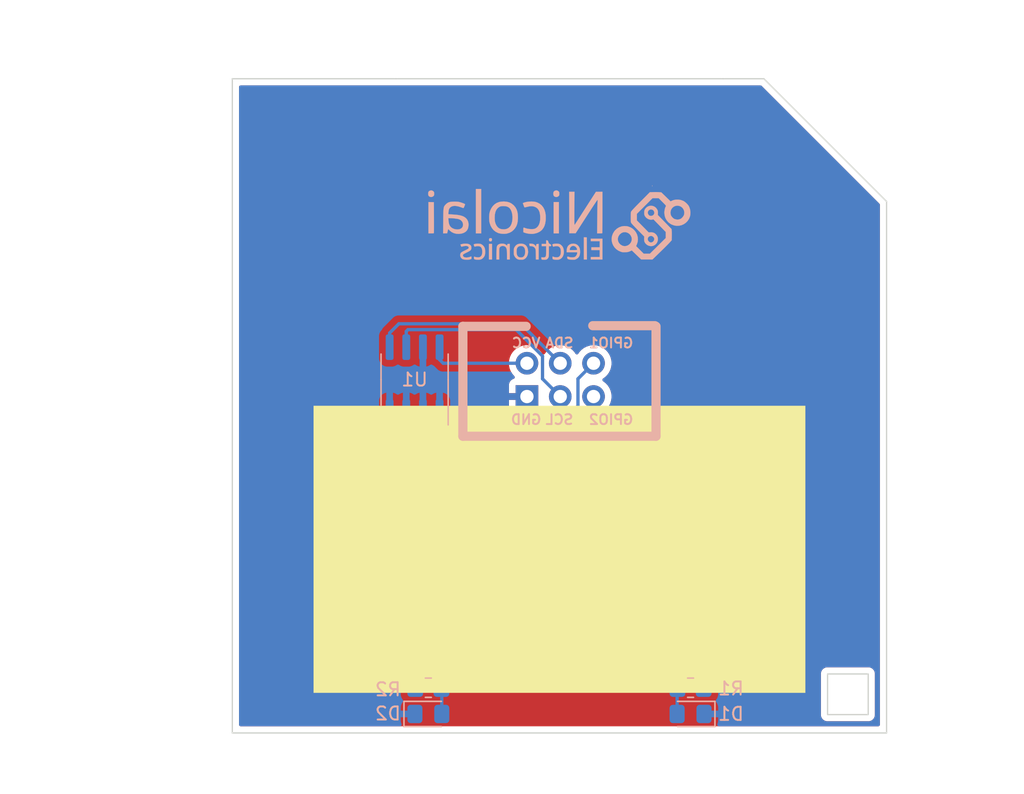
<source format=kicad_pcb>
(kicad_pcb (version 20211014) (generator pcbnew)
  (layers (0 "F.Cu" signal) (31 "B.Cu" signal) (34 "B.Paste" user) (35 "F.Paste" user) (36 "B.SilkS" user "B.Silkscreen") (37 "F.SilkS" user "F.Silkscreen") (38 "B.Mask" user) (39 "F.Mask" user) (44 "Edge.Cuts" user))
  (net 0 "")
  (net 1 "GND")
  (net 2 "Net-(U1-Pad5)")
  (net 3 "Net-(U1-Pad6)")
  (net 4 "+3V3")
  (net 5 "Net-(D1-Pad2)")
  (net 6 "Net-(D2-Pad2)")
  (net 7 "Net-(R1-Pad1)")
  (net 8 "Net-(R2-Pad1)")
  (footprint "badgelife_sao_v169bis:Badgelife-SAOv169-SAO-2x3" (layer "F.Cu") (at 0 0)
    (fp_text reference "X1" hide)
    (fp_text value "SAO")
    (fp_text user "VCC" (at -2.54 -2.794 unlocked) (layer "B.SilkS") (effects (font (size 0.75 0.75)) (justify mirror)))
    (fp_text user "GPIO2" (at 3.937 3.048) (layer "B.SilkS") (effects (font (size 0.75 0.75)) (justify mirror)))
    (fp_text user "GND" (at -2.54 3.048 unlocked) (layer "B.SilkS") (effects (font (size 0.75 0.75)) (justify mirror)))
    (fp_text user "GPIO1" (at 3.937 -2.794 unlocked) (layer "B.SilkS") (effects (font (size 0.75 0.75)) (justify mirror)))
    (fp_text user "SCL" (at 0 3.048) (layer "B.SilkS") (effects (font (size 0.75 0.75)) (justify mirror)))
    (fp_text user "SDA" (at 0 -2.794 unlocked) (layer "B.SilkS") (effects (font (size 0.75 0.75)) (justify mirror)))
    (fp_line (start -7.366 4.318) (end 7.366 4.318) (layer "B.SilkS") (width 0.7))
    (fp_line (start -2.54 -4.064) (end -7.366 -4.064) (layer "B.SilkS") (width 0.7))
    (fp_line (start 7.366 4.318) (end 7.366 -4.064) (layer "B.SilkS") (width 0.7))
    (fp_line (start 7.27964 -4.1148) (end 2.54 -4.1148) (layer "B.SilkS") (width 0.7))
    (fp_line (start -7.366 -4.064) (end -7.366 4.318) (layer "B.SilkS") (width 0.7))
    (pad "1" thru_hole oval (at -2.48 -1.25 270) (size 1.7272 1.7272) (drill 1.016) (layers *.Cu *.Mask) (net 4 "+3V3"))
    (pad "2" thru_hole rect (at -2.48 1.29 270) (size 1.7272 1.7272) (drill 1.016) (layers *.Cu *.Mask) (net 1 "GND"))
    (pad "3" thru_hole oval (at 0.06 -1.25 270) (size 1.7272 1.7272) (drill 1.016) (layers *.Cu *.Mask) (net 2 "Net-(U1-Pad5)"))
    (pad "4" thru_hole oval (at 0.06 1.29 270) (size 1.7272 1.7272) (drill 1.016) (layers *.Cu *.Mask) (net 3 "Net-(U1-Pad6)"))
    (pad "5" thru_hole circle (at 2.6 -1.25 270) (size 1.7272 1.7272) (drill 1.016) (layers *.Cu *.Mask) (net 8 "Net-(R2-Pad1)"))
    (pad "6" thru_hole circle (at 2.6 1.29 270) (size 1.7272 1.7272) (drill 1.016) (layers *.Cu *.Mask) (net 7 "Net-(R1-Pad1)"))
  )
  (footprint "diskette:diskette" (layer "F.Cu") (at 0 2)
    (fp_text reference "N1" hide)
    (fp_text value "Housing" hide)
    (fp_poly (pts (xy 18.753667 21.886333) (xy -18.753667 21.886333) (xy -18.753667 0) (xy 18.753667 0) (xy 18.753667 21.886333)) (layer "F.SilkS") (width 0.01) (fill solid))
    (fp_line (start -24.9501 24.9501) (end 24.9501 24.9501) (layer "Edge.Cuts") (width 0.1))
    (fp_line (start 15.593812 -24.9501) (end 12.47505 -24.9501) (layer "Edge.Cuts") (width 0.1))
    (fp_line (start 12.47505 -24.9501) (end -12.47505 -24.9501) (layer "Edge.Cuts") (width 0.1))
    (fp_line (start 24.9501 24.9501) (end 24.9501 -15.593812) (layer "Edge.Cuts") (width 0.1))
    (fp_line (start -12.47505 -24.9501) (end -24.9501 -24.9501) (layer "Edge.Cuts") (width 0.1))
    (fp_line (start -24.9501 -24.9501) (end -24.9501 24.9501) (layer "Edge.Cuts") (width 0.1))
    (fp_line (start 24.9501 -15.593812) (end 15.593812 -24.9501) (layer "Edge.Cuts") (width 0.1))
  )
  (footprint "Resistor_SMD:R_0805_2012Metric_Pad1.20x1.40mm_HandSolder" (layer "B.Cu") (at -10 23.5)
    (fp_text reference "R2" (at -3.081 0.127) (layer "B.SilkS") (effects (justify mirror)))
    (fp_text value "200")
    (fp_line (start -0.227064 -0.735) (end 0.227064 -0.735) (layer "B.SilkS") (width 0.12))
    (fp_line (start -0.227064 0.735) (end 0.227064 0.735) (layer "B.SilkS") (width 0.12))
    (pad "1" smd roundrect (at -1 0) (size 1.2 1.4) (layers "B.Cu" "B.Paste" "B.Mask") (roundrect_rratio 0.2083333333) (net 8 "Net-(R2-Pad1)"))
    (pad "2" smd roundrect (at 1 0) (size 1.2 1.4) (layers "B.Cu" "B.Paste" "B.Mask") (roundrect_rratio 0.2083333333) (net 6 "Net-(D2-Pad2)"))
  )
  (footprint "electronics3:F.SilkS_g988" (layer "B.Cu") (at 0 -12 180)
    (fp_text reference "N2" hide)
    (fp_text value "Logo" hide)
    (fp_poly (pts (xy 6.288905 -1.630224) (xy 6.381407 -1.638521) (xy 6.460225 -1.65256) (xy 6.516207 -1.671477) (xy 6.540204 -1.694411) (xy 6.5405 -1.697363) (xy 6.53294 -1.727474) (xy 6.514253 -1.778433) (xy 6.509178 -1.790825) (xy 6.484826 -1.839123) (xy 6.460263 -1.855232) (xy 6.429803 -1.849778) (xy 6.314882 -1.823598) (xy 6.20009 -1.818545) (xy 6.097137 -1.833793) (xy 6.017736 -1.868519) (xy 6.003365 -1.879767) (xy 5.942947 -1.959583) (xy 5.902737 -2.070251) (xy 5.885316 -2.204134) (xy 5.884798 -2.230627) (xy 5.895843 -2.385475) (xy 5.930577 -2.506082) (xy 5.98975 -2.593788) (xy 6.074109 -2.64993) (xy 6.129068 -2.667297) (xy 6.202313 -2.673368) (xy 6.295435 -2.667474) (xy 6.389594 -2.652036) (xy 6.465953 -2.629477) (xy 6.482188 -2.62189) (xy 6.504351 -2.614654) (xy 6.515416 -2.62949) (xy 6.519097 -2.674729) (xy 6.519334 -2.705238) (xy 6.517571 -2.767507) (xy 6.506401 -2.801219) (xy 6.477001 -2.820149) (xy 6.437503 -2.832983) (xy 6.353407 -2.848966) (xy 6.249282 -2.855789) (xy 6.140455 -2.853749) (xy 6.042258 -2.843146) (xy 5.970019 -2.824278) (xy 5.969 -2.823843) (xy 5.865815 -2.759403) (xy 5.775527 -2.66629) (xy 5.710673 -2.558163) (xy 5.700049 -2.530809) (xy 5.672869 -2.412939) (xy 5.662151 -2.276101) (xy 5.667527 -2.135939) (xy 5.688628 -2.008097) (xy 5.714187 -1.930537) (xy 5.780233 -1.820951) (xy 5.870077 -1.72928) (xy 5.972934 -1.665449) (xy 6.020793 -1.648398) (xy 6.099448 -1.6343) (xy 6.191869 -1.628529) (xy 6.288905 -1.630224)) (layer "B.SilkS") (width 0.01) (fill solid))
    (fp_poly (pts (xy 8.188274 1.570986) (xy 8.321011 1.556725) (xy 8.428769 1.530123) (xy 8.519938 1.48848) (xy 8.602909 1.4291) (xy 8.668203 1.367846) (xy 8.709882 1.32474) (xy 8.744892 1.285012) (xy 8.773847 1.244652) (xy 8.79736 1.199652) (xy 8.816046 1.146004) (xy 8.830518 1.0797) (xy 8.841391 0.996731) (xy 8.849279 0.893089) (xy 8.854795 0.764764) (xy 8.858554 0.60775) (xy 8.861169 0.418037) (xy 8.863255 0.191617) (xy 8.864085 0.089003) (xy 8.87161 -0.848577) (xy 8.71749 -0.84233) (xy 8.563371 -0.836083) (xy 8.544777 -0.751417) (xy 8.526861 -0.672871) (xy 8.508178 -0.595179) (xy 8.506658 -0.589105) (xy 8.487134 -0.511461) (xy 8.376359 -0.622091) (xy 8.227291 -0.741922) (xy 8.057357 -0.826217) (xy 7.870004 -0.874094) (xy 7.668679 -0.884673) (xy 7.457103 -0.85713) (xy 7.296578 -0.804924) (xy 7.162039 -0.725304) (xy 7.057446 -0.621488) (xy 6.986761 -0.496692) (xy 6.976025 -0.466337) (xy 6.935933 -0.284146) (xy 6.932782 -0.127112) (xy 7.355711 -0.127112) (xy 7.357221 -0.248071) (xy 7.392746 -0.356156) (xy 7.460662 -0.441864) (xy 7.556376 -0.503413) (xy 7.675294 -0.53902) (xy 7.812819 -0.546903) (xy 7.964358 -0.525279) (xy 8.027418 -0.508108) (xy 8.171968 -0.447013) (xy 8.285523 -0.361315) (xy 8.36977 -0.248576) (xy 8.426394 -0.106355) (xy 8.457081 0.067789) (xy 8.461068 0.119407) (xy 8.472887 0.3175) (xy 8.358652 0.316787) (xy 8.238096 0.31284) (xy 8.103456 0.303264) (xy 7.966862 0.289407) (xy 7.840444 0.272616) (xy 7.736332 0.25424) (xy 7.686323 0.242071) (xy 7.559998 0.185891) (xy 7.460129 0.101675) (xy 7.390705 -0.004639) (xy 7.355711 -0.127112) (xy 6.932782 -0.127112) (xy 6.932439 -0.110072) (xy 6.964692 0.05121) (xy 7.031839 0.195026) (xy 7.115867 0.3002) (xy 7.214603 0.382552) (xy 7.332958 0.449722) (xy 7.475273 0.503008) (xy 7.645888 0.543704) (xy 7.849144 0.573108) (xy 8.089381 0.592514) (xy 8.09625 0.592902) (xy 8.214726 0.599534) (xy 8.31741 0.605293) (xy 8.39731 0.609786) (xy 8.447434 0.612621) (xy 8.461375 0.613429) (xy 8.467807 0.633178) (xy 8.468922 0.683361) (xy 8.465563 0.752529) (xy 8.458575 0.829233) (xy 8.448803 0.902026) (xy 8.437092 0.959458) (xy 8.435414 0.965388) (xy 8.381821 1.079336) (xy 8.298585 1.165005) (xy 8.188081 1.221812) (xy 8.052685 1.249172) (xy 7.894771 1.246501) (xy 7.716715 1.213215) (xy 7.58825 1.173816) (xy 7.497163 1.141885) (xy 7.418679 1.11441) (xy 7.362872 1.094916) (xy 7.342474 1.087831) (xy 7.319827 1.091122) (xy 7.295646 1.121005) (xy 7.26572 1.183461) (xy 7.252516 1.215604) (xy 7.224846 1.287146) (xy 7.20487 1.343422) (xy 7.196693 1.372826) (xy 7.196667 1.37345) (xy 7.215969 1.393609) (xy 7.269321 1.42191) (xy 7.349888 1.455512) (xy 7.450835 1.491571) (xy 7.565328 1.527245) (xy 7.569015 1.528313) (xy 7.650484 1.549571) (xy 7.728019 1.563624) (xy 7.813924 1.571757) (xy 7.920501 1.575254) (xy 8.022167 1.575603) (xy 8.188274 1.570986)) (layer "B.SilkS") (width 0.01) (fill solid))
    (fp_poly (pts (xy -6.891475 1.256062) (xy -6.765394 1.217522) (xy -6.650624 1.146838) (xy -6.553861 1.043812) (xy -6.52604 1.001018) (xy -6.494995 0.942629) (xy -6.476954 0.88878) (xy -6.468551 0.82409) (xy -6.466419 0.733179) (xy -6.466416 0.72859) (xy -6.468123 0.637989) (xy -6.475616 0.574409) (xy -6.492458 0.522597) (xy -6.522212 0.4673) (xy -6.530677 0.453424) (xy -6.61452 0.35194) (xy -6.722636 0.272083) (xy -6.844952 0.218341) (xy -6.971393 0.195202) (xy -7.086569 0.205759) (xy -7.166123 0.225952) (xy -7.636478 -0.25532) (xy -8.106833 -0.736593) (xy -8.106833 -1.199871) (xy -6.902551 -2.391833) (xy -6.424631 -2.391833) (xy -5.846689 -1.814997) (xy -5.89754 -1.700014) (xy -5.960866 -1.508335) (xy -5.983825 -1.322777) (xy -5.515813 -1.322777) (xy -5.488779 -1.451925) (xy -5.430906 -1.568362) (xy -5.34759 -1.667677) (xy -5.244229 -1.745458) (xy -5.126221 -1.797292) (xy -4.998963 -1.818767) (xy -4.867852 -1.80547) (xy -4.783666 -1.776337) (xy -4.652779 -1.696911) (xy -4.553384 -1.594905) (xy -4.486655 -1.476369) (xy -4.453763 -1.347349) (xy -4.455883 -1.213893) (xy -4.494188 -1.082049) (xy -4.569849 -0.957864) (xy -4.615127 -0.907357) (xy -4.734722 -0.813643) (xy -4.864813 -0.760516) (xy -5.003896 -0.748456) (xy -5.08 -0.758724) (xy -5.221862 -0.808704) (xy -5.3418 -0.892414) (xy -5.434683 -1.004726) (xy -5.495384 -1.140512) (xy -5.506609 -1.185333) (xy -5.515813 -1.322777) (xy -5.983825 -1.322777) (xy -5.984694 -1.315758) (xy -5.97151 -1.126814) (xy -5.9238 -0.946035) (xy -5.84405 -0.777949) (xy -5.734747 -0.627088) (xy -5.598375 -0.497983) (xy -5.437422 -0.395163) (xy -5.254373 -0.323159) (xy -5.126753 -0.295338) (xy -4.927933 -0.28552) (xy -4.73346 -0.315579) (xy -4.549257 -0.383089) (xy -4.381244 -0.485625) (xy -4.235343 -0.620758) (xy -4.186629 -0.680553) (xy -4.080173 -0.854524) (xy -4.012421 -1.037135) (xy -3.981892 -1.2237) (xy -3.987109 -1.409533) (xy -4.026594 -1.58995) (xy -4.098866 -1.760264) (xy -4.202449 -1.915789) (xy -4.335863 -2.051842) (xy -4.49763 -2.163734) (xy -4.680234 -2.244755) (xy -4.753952 -2.266957) (xy -4.822661 -2.279595) (xy -4.901067 -2.284214) (xy -5.003879 -2.282355) (xy -5.028884 -2.281333) (xy -5.137306 -2.274825) (xy -5.218186 -2.264246) (xy -5.286303 -2.246503) (xy -5.356438 -2.218501) (xy -5.379359 -2.207977) (xy -5.516367 -2.143863) (xy -6.233583 -2.834435) (xy -6.663955 -2.835384) (xy -7.094326 -2.836333) (xy -7.673087 -2.274677) (xy -7.81066 -2.14059) (xy -7.945105 -2.008469) (xy -8.07181 -1.882924) (xy -8.186166 -1.768564) (xy -8.283563 -1.669998) (xy -8.35939 -1.591834) (xy -8.406882 -1.54108) (xy -8.561916 -1.369138) (xy -8.569314 -1.072791) (xy -8.571049 -0.951155) (xy -8.570475 -0.831744) (xy -8.567795 -0.727371) (xy -8.563212 -0.650854) (xy -8.562503 -0.643769) (xy -8.548295 -0.511095) (xy -8.026587 0.022332) (xy -7.504878 0.555758) (xy -7.510764 0.706504) (xy -7.511289 0.767664) (xy -7.23363 0.767664) (xy -7.232025 0.676448) (xy -7.197371 0.59529) (xy -7.134135 0.531939) (xy -7.046783 0.494142) (xy -6.981947 0.486939) (xy -6.908167 0.493474) (xy -6.853217 0.518713) (xy -6.819544 0.546712) (xy -6.760853 0.625694) (xy -6.737059 0.712805) (xy -6.745005 0.799617) (xy -6.781531 0.877699) (xy -6.84348 0.938624) (xy -6.927693 0.973963) (xy -6.981688 0.97944) (xy -7.079308 0.965067) (xy -7.15321 0.918751) (xy -7.19772 0.861191) (xy -7.23363 0.767664) (xy -7.511289 0.767664) (xy -7.511527 0.795318) (xy -7.502914 0.861425) (xy -7.481062 0.924088) (xy -7.4572 0.973521) (xy -7.374998 1.092736) (xy -7.270629 1.180795) (xy -7.150788 1.237501) (xy -7.022172 1.262656) (xy -6.891475 1.256062)) (layer "B.SilkS") (width 0.01) (fill solid))
    (fp_poly (pts (xy 6.371167 -0.846667) (xy 5.969 -0.846667) (xy 5.969 2.54) (xy 6.371167 2.54) (xy 6.371167 -0.846667)) (layer "B.SilkS") (width 0.01) (fill solid))
    (fp_poly (pts (xy -2.391833 -1.439333) (xy -3.069166 -1.439333) (xy -3.069166 -1.905) (xy -2.434166 -1.905) (xy -2.434166 -2.116667) (xy -3.069166 -2.116667) (xy -3.069166 -2.645833) (xy -2.391833 -2.645833) (xy -2.391833 -2.836333) (xy -3.280833 -2.836333) (xy -3.280833 -1.248833) (xy -2.391833 -1.248833) (xy -2.391833 -1.439333)) (layer "B.SilkS") (width 0.01) (fill solid))
    (fp_poly (pts (xy -7.172755 2.303514) (xy -6.8951 2.294863) (xy -6.181692 1.575743) (xy -6.0105 1.402764) (xy -5.867235 1.256982) (xy -5.749624 1.135927) (xy -5.655392 1.037131) (xy -5.582266 0.958124) (xy -5.527973 0.896438) (xy -5.490239 0.849604) (xy -5.466791 0.815151) (xy -5.455355 0.790612) (xy -5.454058 0.7855) (xy -5.448321 0.733508) (xy -5.444108 0.649152) (xy -5.441421 0.54237) (xy -5.44026 0.4231) (xy -5.440625 0.301281) (xy -5.442517 0.186849) (xy -5.445936 0.089744) (xy -5.450884 0.019902) (xy -5.454018 -0.002133) (xy -5.464112 -0.028494) (xy -5.48723 -0.064854) (xy -5.526038 -0.114207) (xy -5.583205 -0.17955) (xy -5.661398 -0.263875) (xy -5.763285 -0.370179) (xy -5.891535 -0.501455) (xy -5.96731 -0.578336) (xy -6.466416 -1.083615) (xy -6.459148 -1.24684) (xy -6.460179 -1.370945) (xy -6.478917 -1.468892) (xy -6.519875 -1.554744) (xy -6.585323 -1.640018) (xy -6.692421 -1.731546) (xy -6.820347 -1.791642) (xy -6.959277 -1.817739) (xy -7.099387 -1.807268) (xy -7.159668 -1.790134) (xy -7.288709 -1.722624) (xy -7.392915 -1.624242) (xy -7.467093 -1.501614) (xy -7.506051 -1.361369) (xy -7.507914 -1.34563) (xy -7.506652 -1.238946) (xy -7.229944 -1.238946) (xy -7.226938 -1.328668) (xy -7.190241 -1.415436) (xy -7.12705 -1.485326) (xy -7.090833 -1.508092) (xy -7.009174 -1.539132) (xy -6.940446 -1.538408) (xy -6.868757 -1.505162) (xy -6.856147 -1.496906) (xy -6.780826 -1.425523) (xy -6.740588 -1.342871) (xy -6.733067 -1.256857) (xy -6.755894 -1.17539) (xy -6.806701 -1.106377) (xy -6.883122 -1.057726) (xy -6.982787 -1.037345) (xy -6.993796 -1.037167) (xy -7.072389 -1.056036) (xy -7.146843 -1.10529) (xy -7.204246 -1.173899) (xy -7.229944 -1.238946) (xy -7.506652 -1.238946) (xy -7.50618 -1.199161) (xy -7.467047 -1.069358) (xy -7.388263 -0.949292) (xy -7.373683 -0.932578) (xy -7.279574 -0.845134) (xy -7.179953 -0.791328) (xy -7.06363 -0.766694) (xy -6.953799 -0.764867) (xy -6.804827 -0.771084) (xy -6.355163 -0.314638) (xy -5.9055 0.141808) (xy -5.9055 0.64531) (xy -7.101138 1.8415) (xy -7.56765 1.8415) (xy -7.857325 1.550458) (xy -7.957048 1.449848) (xy -8.030133 1.374511) (xy -8.080055 1.319966) (xy -8.110288 1.281732) (xy -8.124308 1.255329) (xy -8.12559 1.236275) (xy -8.117608 1.22009) (xy -8.115642 1.217385) (xy -8.075421 1.141609) (xy -8.041255 1.035798) (xy -8.015994 0.91213) (xy -8.002486 0.78278) (xy -8.001 0.727353) (xy -8.020788 0.520439) (xy -8.078765 0.329423) (xy -8.172843 0.157655) (xy -8.30094 0.008486) (xy -8.46097 -0.114733) (xy -8.558424 -0.168569) (xy -8.746357 -0.238157) (xy -8.93767 -0.26832) (xy -9.127426 -0.261141) (xy -9.310688 -0.218705) (xy -9.482521 -0.143094) (xy -9.637987 -0.036393) (xy -9.772151 0.099316) (xy -9.880076 0.261949) (xy -9.946686 0.417374) (xy -9.984954 0.592737) (xy -9.989303 0.740069) (xy -9.524623 0.740069) (xy -9.507499 0.59435) (xy -9.500107 0.567412) (xy -9.463445 0.489796) (xy -9.402895 0.404597) (xy -9.330629 0.326409) (xy -9.258818 0.269825) (xy -9.245792 0.262494) (xy -9.109638 0.214479) (xy -8.96439 0.207054) (xy -8.808478 0.240164) (xy -8.790048 0.246477) (xy -8.708715 0.291542) (xy -8.625607 0.363894) (xy -8.55263 0.450759) (xy -8.501688 0.539362) (xy -8.491829 0.566509) (xy -8.467364 0.713318) (xy -8.480147 0.853736) (xy -8.526256 0.982295) (xy -8.60177 1.093527) (xy -8.702768 1.181962) (xy -8.825327 1.242133) (xy -8.965527 1.268571) (xy -8.995833 1.269329) (xy -9.139349 1.249755) (xy -9.26599 1.195379) (xy -9.371798 1.11171) (xy -9.452813 1.004261) (xy -9.505075 0.878543) (xy -9.524623 0.740069) (xy -9.989303 0.740069) (xy -9.990521 0.781319) (xy -9.964681 0.971109) (xy -9.908726 1.150096) (xy -9.856509 1.255481) (xy -9.7956 1.339179) (xy -9.710099 1.430972) (xy -9.612673 1.519146) (xy -9.515992 1.591986) (xy -9.452537 1.629049) (xy -9.265941 1.698428) (xy -9.071691 1.732106) (xy -8.877796 1.729946) (xy -8.692264 1.691812) (xy -8.5725 1.644056) (xy -8.47725 1.597232) (xy -7.77146 2.28208) (xy -7.610935 2.297122) (xy -7.52494 2.302351) (xy -7.411812 2.305264) (xy -7.2867 2.305639) (xy -7.172755 2.303514)) (layer "B.SilkS") (width 0.01) (fill solid))
    (fp_poly (pts (xy 5.326013 -1.217616) (xy 5.363058 -1.254756) (xy 5.376128 -1.323607) (xy 5.376334 -1.336988) (xy 5.367641 -1.401333) (xy 5.338839 -1.436634) (xy 5.335392 -1.438588) (xy 5.262802 -1.459337) (xy 5.198406 -1.44397) (xy 5.176762 -1.427238) (xy 5.152305 -1.379929) (xy 5.144329 -1.316538) (xy 5.15366 -1.257601) (xy 5.1689 -1.2319) (xy 5.207125 -1.213682) (xy 5.259917 -1.2065) (xy 5.326013 -1.217616)) (layer "B.SilkS") (width 0.01) (fill solid))
    (fp_poly (pts (xy 4.481219 -1.631636) (xy 4.59141 -1.660222) (xy 4.681069 -1.709293) (xy 4.709672 -1.735764) (xy 4.738977 -1.773812) (xy 4.761625 -1.81902) (xy 4.778438 -1.877068) (xy 4.79024 -1.953638) (xy 4.797853 -2.054413) (xy 4.802099 -2.185074) (xy 4.803802 -2.351302) (xy 4.803904 -2.386542) (xy 4.804834 -2.836333) (xy 4.593167 -2.836333) (xy 4.593088 -2.407708) (xy 4.592715 -2.260131) (xy 4.591311 -2.148563) (xy 4.588357 -2.066685) (xy 4.583334 -2.008175) (xy 4.575722 -1.966714) (xy 4.565003 -1.935981) (xy 4.552393 -1.912474) (xy 4.491519 -1.850192) (xy 4.407726 -1.813553) (xy 4.312301 -1.803256) (xy 4.216532 -1.820004) (xy 4.131706 -1.864495) (xy 4.108511 -1.884912) (xy 4.072099 -1.930057) (xy 4.044409 -1.987106) (xy 4.024429 -2.061815) (xy 4.011146 -2.159938) (xy 4.003548 -2.287232) (xy 4.000621 -2.449451) (xy 4.0005 -2.498708) (xy 4.0005 -2.836333) (xy 3.788834 -2.836333) (xy 3.788834 -1.651) (xy 3.884084 -1.651) (xy 3.942654 -1.652841) (xy 3.970395 -1.663469) (xy 3.978795 -1.690544) (xy 3.979334 -1.7145) (xy 3.984886 -1.762874) (xy 4.003987 -1.774219) (xy 4.040304 -1.749023) (xy 4.063423 -1.725697) (xy 4.141597 -1.670565) (xy 4.244898 -1.63663) (xy 4.36191 -1.623712) (xy 4.481219 -1.631636)) (layer "B.SilkS") (width 0.01) (fill solid))
    (fp_poly (pts (xy 5.376334 -2.836333) (xy 5.1435 -2.836333) (xy 5.1435 -1.651) (xy 5.376334 -1.651) (xy 5.376334 -2.836333)) (layer "B.SilkS") (width 0.01) (fill solid))
    (fp_poly (pts (xy 0.304499 -1.628599) (xy 0.414885 -1.641183) (xy 0.461968 -1.652392) (xy 0.517107 -1.672116) (xy 0.539489 -1.692209) (xy 0.537942 -1.720976) (xy 0.537255 -1.723241) (xy 0.511954 -1.798713) (xy 0.491706 -1.840491) (xy 0.471531 -1.856007) (xy 0.449775 -1.853807) (xy 0.303579 -1.82062) (xy 0.175333 -1.817984) (xy 0.069471 -1.845565) (xy 0.00581 -1.887357) (xy -0.048655 -1.952071) (xy -0.083526 -2.032056) (xy -0.101594 -2.136309) (xy -0.105833 -2.246887) (xy -0.09453 -2.398968) (xy -0.059961 -2.516293) (xy -0.001138 -2.600103) (xy 0.082926 -2.651641) (xy 0.193221 -2.672147) (xy 0.232834 -2.672399) (xy 0.319588 -2.664179) (xy 0.406073 -2.647142) (xy 0.439209 -2.637234) (xy 0.529167 -2.605378) (xy 0.529167 -2.706922) (xy 0.527306 -2.768592) (xy 0.51569 -2.80188) (xy 0.485266 -2.820731) (xy 0.447336 -2.832983) (xy 0.384056 -2.845401) (xy 0.297437 -2.85422) (xy 0.208075 -2.8575) (xy 0.109464 -2.853853) (xy 0.033808 -2.840337) (xy -0.037841 -2.813092) (xy -0.058238 -2.803241) (xy -0.164066 -2.727768) (xy -0.246299 -2.621906) (xy -0.303275 -2.491477) (xy -0.333336 -2.342299) (xy -0.334819 -2.180192) (xy -0.306064 -2.010976) (xy -0.295265 -1.972539) (xy -0.249403 -1.875191) (xy -0.176991 -1.781026) (xy -0.090256 -1.703688) (xy -0.017419 -1.662554) (xy 0.071501 -1.639642) (xy 0.184422 -1.628204) (xy 0.304499 -1.628599)) (layer "B.SilkS") (width 0.01) (fill solid))
    (fp_poly (pts (xy 9.905349 2.402751) (xy 9.906424 2.402198) (xy 9.963697 2.361939) (xy 9.996685 2.307532) (xy 10.010504 2.228197) (xy 10.011834 2.180167) (xy 10.005137 2.085683) (xy 9.981637 2.021105) (xy 9.936213 1.975654) (xy 9.906424 1.958136) (xy 9.807217 1.927231) (xy 9.712219 1.937097) (xy 9.626728 1.987172) (xy 9.625876 1.987931) (xy 9.587244 2.026141) (xy 9.566509 2.062656) (xy 9.55818 2.112748) (xy 9.55675 2.180167) (xy 9.558707 2.254831) (xy 9.568237 2.302483) (xy 9.590833 2.338395) (xy 9.625876 2.372403) (xy 9.711236 2.422909) (xy 9.806159 2.433213) (xy 9.905349 2.402751)) (layer "B.SilkS") (width 0.01) (fill solid))
    (fp_poly (pts (xy 7.354245 -1.641089) (xy 7.445323 -1.66163) (xy 7.556396 -1.694942) (xy 7.524021 -1.772425) (xy 7.501239 -1.823951) (xy 7.484766 -1.855919) (xy 7.482317 -1.859239) (xy 7.458667 -1.858905) (xy 7.406606 -1.848627) (xy 7.349313 -1.833868) (xy 7.220478 -1.807048) (xy 7.108278 -1.801931) (xy 7.018279 -1.817646) (xy 6.956043 -1.85332) (xy 6.928839 -1.899808) (xy 6.92227 -1.934873) (xy 6.925 -1.964847) (xy 6.941502 -1.993181) (xy 6.976248 -2.023328) (xy 7.033708 -2.058742) (xy 7.118356 -2.102874) (xy 7.234662 -2.159178) (xy 7.312382 -2.195941) (xy 7.39517 -2.239145) (xy 7.466074 -2.283729) (xy 7.513275 -2.322032) (xy 7.521085 -2.331207) (xy 7.563091 -2.423381) (xy 7.571154 -2.526041) (xy 7.548043 -2.628592) (xy 7.496525 -2.720438) (xy 7.419367 -2.790983) (xy 7.39775 -2.803357) (xy 7.322985 -2.828452) (xy 7.220128 -2.845569) (xy 7.102758 -2.854189) (xy 6.984455 -2.853789) (xy 6.878799 -2.843851) (xy 6.805084 -2.826075) (xy 6.75204 -2.806728) (xy 6.71934 -2.79546) (xy 6.715125 -2.794319) (xy 6.710662 -2.77557) (xy 6.709416 -2.730921) (xy 6.710879 -2.676641) (xy 6.714543 -2.629) (xy 6.7199 -2.604267) (xy 6.721085 -2.6035) (xy 6.745446 -2.609779) (xy 6.798165 -2.626196) (xy 6.86396 -2.647905) (xy 6.988151 -2.678928) (xy 7.10298 -2.687555) (xy 7.203164 -2.675764) (xy 7.283417 -2.645534) (xy 7.338456 -2.598845) (xy 7.362996 -2.537677) (xy 7.352151 -2.465039) (xy 7.328675 -2.442955) (xy 7.274197 -2.407994) (xy 7.196339 -2.364606) (xy 7.102724 -2.317242) (xy 7.082276 -2.307445) (xy 6.95425 -2.244557) (xy 6.860299 -2.191912) (xy 6.79503 -2.144447) (xy 6.75305 -2.097101) (xy 6.728966 -2.044811) (xy 6.717382 -1.982513) (xy 6.715702 -1.963371) (xy 6.722109 -1.854026) (xy 6.761667 -1.768295) (xy 6.83761 -1.700682) (xy 6.885968 -1.673998) (xy 6.977708 -1.644924) (xy 7.095644 -1.629542) (xy 7.225812 -1.628161) (xy 7.354245 -1.641089)) (layer "B.SilkS") (width 0.01) (fill solid))
    (fp_poly (pts (xy 4.44632 1.57713) (xy 4.606179 1.544929) (xy 4.759656 1.487103) (xy 4.80124 1.467046) (xy 4.948539 1.370557) (xy 5.08037 1.239524) (xy 5.192079 1.080335) (xy 5.279009 0.899374) (xy 5.326918 0.745983) (xy 5.34702 0.627477) (xy 5.358477 0.483176) (xy 5.361314 0.327315) (xy 5.355557 0.174127) (xy 5.341231 0.037848) (xy 5.325493 -0.042333) (xy 5.252124 -0.256954) (xy 5.150104 -0.442706) (xy 5.020903 -0.597949) (xy 4.865993 -0.721047) (xy 4.686843 -0.810361) (xy 4.614334 -0.834627) (xy 4.47729 -0.863435) (xy 4.320913 -0.878053) (xy 4.163516 -0.877805) (xy 4.023413 -0.862016) (xy 4.0005 -0.857258) (xy 3.802986 -0.794226) (xy 3.632997 -0.700286) (xy 3.487341 -0.573662) (xy 3.483181 -0.569196) (xy 3.369716 -0.429521) (xy 3.283927 -0.282483) (xy 3.223421 -0.120971) (xy 3.185805 0.062126) (xy 3.168687 0.273919) (xy 3.167039 0.370417) (xy 3.169833 0.432736) (xy 3.583238 0.432736) (xy 3.585137 0.249139) (xy 3.607137 0.07056) (xy 3.649195 -0.094724) (xy 3.711269 -0.238432) (xy 3.784655 -0.342969) (xy 3.902558 -0.443157) (xy 4.042018 -0.507627) (xy 4.201225 -0.535964) (xy 4.378374 -0.527755) (xy 4.491735 -0.50531) (xy 4.604868 -0.456178) (xy 4.708532 -0.370913) (xy 4.798059 -0.255443) (xy 4.868784 -0.115697) (xy 4.913503 0.030445) (xy 4.92562 0.108974) (xy 4.934752 0.212875) (xy 4.939618 0.325218) (xy 4.94004 0.381) (xy 4.92484 0.603842) (xy 4.882568 0.794189) (xy 4.813183 0.952123) (xy 4.716647 1.077728) (xy 4.592919 1.171085) (xy 4.550834 1.192658) (xy 4.488212 1.216463) (xy 4.418077 1.230253) (xy 4.32677 1.236136) (xy 4.265084 1.23677) (xy 4.10066 1.225174) (xy 3.966366 1.189279) (xy 3.856169 1.126794) (xy 3.777499 1.051719) (xy 3.69857 0.930842) (xy 3.639912 0.781867) (xy 3.601482 0.613072) (xy 3.583238 0.432736) (xy 3.169833 0.432736) (xy 3.177546 0.604731) (xy 3.211246 0.807521) (xy 3.269965 0.983812) (xy 3.35553 1.138625) (xy 3.469768 1.276984) (xy 3.511533 1.317544) (xy 3.66032 1.43358) (xy 3.821797 1.515605) (xy 4.002131 1.565828) (xy 4.207486 1.586457) (xy 4.264239 1.587249) (xy 4.44632 1.57713)) (layer "B.SilkS") (width 0.01) (fill solid))
    (fp_poly (pts (xy 0.359182 2.402751) (xy 0.360257 2.402198) (xy 0.417531 2.361939) (xy 0.450518 2.307532) (xy 0.464337 2.228197) (xy 0.465667 2.180167) (xy 0.458971 2.085683) (xy 0.43547 2.021105) (xy 0.390046 1.975654) (xy 0.360257 1.958136) (xy 0.26105 1.927231) (xy 0.166053 1.937097) (xy 0.080561 1.987172) (xy 0.079709 1.987931) (xy 0.041078 2.026141) (xy 0.020343 2.062656) (xy 0.012013 2.112748) (xy 0.010584 2.180167) (xy 0.01254 2.254831) (xy 0.022071 2.302483) (xy 0.044666 2.338395) (xy 0.079709 2.372403) (xy 0.165069 2.422909) (xy 0.259992 2.433213) (xy 0.359182 2.402751)) (layer "B.SilkS") (width 0.01) (fill solid))
    (fp_poly (pts (xy -0.740564 2.328333) (xy -0.751416 -0.836083) (xy -1.234833 -0.836083) (xy -2.080194 0.47625) (xy -2.243961 0.730172) (xy -2.386331 0.950191) (xy -2.508562 1.138165) (xy -2.611914 1.295952) (xy -2.697644 1.425409) (xy -2.767013 1.528394) (xy -2.821279 1.606765) (xy -2.861701 1.662379) (xy -2.889538 1.697094) (xy -2.906049 1.712767) (xy -2.912494 1.711256) (xy -2.912226 1.703917) (xy -2.90957 1.667553) (xy -2.906654 1.592917) (xy -2.903559 1.48407) (xy -2.900365 1.345071) (xy -2.897152 1.179983) (xy -2.894 0.992864) (xy -2.890989 0.787775) (xy -2.8882 0.568777) (xy -2.886183 0.386292) (xy -2.873469 -0.846667) (xy -3.06304 -0.846667) (xy -3.148824 -0.845185) (xy -3.217818 -0.841222) (xy -3.259593 -0.835501) (xy -3.266722 -0.832555) (xy -3.269001 -0.809617) (xy -3.271167 -0.747671) (xy -3.273188 -0.650044) (xy -3.275037 -0.520063) (xy -3.276682 -0.361054) (xy -3.278095 -0.176343) (xy -3.279247 0.030745) (xy -3.280106 0.256881) (xy -3.280645 0.498741) (xy -3.280833 0.752997) (xy -3.280833 2.328333) (xy -3.032125 2.327652) (xy -2.783416 2.326971) (xy -1.985341 1.08411) (xy -1.851676 0.876025) (xy -1.724255 0.677803) (xy -1.604992 0.492414) (xy -1.495804 0.322832) (xy -1.398608 0.172026) (xy -1.315318 0.042969) (xy -1.247851 -0.061368) (xy -1.198123 -0.138013) (xy -1.16805 -0.183995) (xy -1.159841 -0.196182) (xy -1.154088 -0.197802) (xy -1.149259 -0.183846) (xy -1.145311 -0.151599) (xy -1.142201 -0.098345) (xy -1.139884 -0.021368) (xy -1.138318 0.082047) (xy -1.137459 0.214615) (xy -1.137264 0.379052) (xy -1.13769 0.578074) (xy -1.138693 0.814395) (xy -1.13997 1.047359) (xy -1.147524 2.328334) (xy -0.944044 2.328334) (xy -0.740564 2.328333)) (layer "B.SilkS") (width 0.01) (fill solid))
    (fp_poly (pts (xy 3.093783 -1.641674) (xy 3.224776 -1.688475) (xy 3.331427 -1.768216) (xy 3.416567 -1.882437) (xy 3.420823 -1.890004) (xy 3.447417 -1.94074) (xy 3.464931 -1.985585) (xy 3.475249 -2.035441) (xy 3.480253 -2.101209) (xy 3.481826 -2.193792) (xy 3.481917 -2.243667) (xy 3.481315 -2.350156) (xy 3.478173 -2.425294) (xy 3.470483 -2.480061) (xy 3.456241 -2.525434) (xy 3.43344 -2.572393) (xy 3.416171 -2.6035) (xy 3.339367 -2.709823) (xy 3.248555 -2.783417) (xy 3.19167 -2.815743) (xy 3.1389 -2.835586) (xy 3.07577 -2.846488) (xy 2.987807 -2.85199) (xy 2.96505 -2.852783) (xy 2.861331 -2.853527) (xy 2.78612 -2.846706) (xy 2.726 -2.830606) (xy 2.697569 -2.818617) (xy 2.58608 -2.743981) (xy 2.497078 -2.637283) (xy 2.433479 -2.504004) (xy 2.398203 -2.349621) (xy 2.391834 -2.2446) (xy 2.391892 -2.243925) (xy 2.615013 -2.243925) (xy 2.627437 -2.396098) (xy 2.663599 -2.514776) (xy 2.724458 -2.602145) (xy 2.794114 -2.652297) (xy 2.882247 -2.678728) (xy 2.982901 -2.680495) (xy 3.077758 -2.658731) (xy 3.128952 -2.631548) (xy 3.194953 -2.566546) (xy 3.238983 -2.480838) (xy 3.263314 -2.368023) (xy 3.27025 -2.233083) (xy 3.264421 -2.10494) (xy 3.244522 -2.008331) (xy 3.206936 -1.933768) (xy 3.148044 -1.871761) (xy 3.125823 -1.854296) (xy 3.052603 -1.821232) (xy 2.959368 -1.807772) (xy 2.863304 -1.813963) (xy 2.781596 -1.839853) (xy 2.759963 -1.853283) (xy 2.68963 -1.923331) (xy 2.643773 -2.013382) (xy 2.619924 -2.130088) (xy 2.615013 -2.243925) (xy 2.391892 -2.243925) (xy 2.407199 -2.067237) (xy 2.452421 -1.917641) (xy 2.526185 -1.797308) (xy 2.627177 -1.707731) (xy 2.754083 -1.650404) (xy 2.905589 -1.626821) (xy 2.935616 -1.626275) (xy 3.093783 -1.641674)) (layer "B.SilkS") (width 0.01) (fill solid))
    (fp_poly (pts (xy 2.29943 -1.629833) (xy 2.287423 -1.719792) (xy 2.275417 -1.80975) (xy 2.147975 -1.821959) (xy 2.032494 -1.843468) (xy 1.945924 -1.886396) (xy 1.877768 -1.956697) (xy 1.857748 -1.986565) (xy 1.840563 -2.016929) (xy 1.827836 -2.049341) (xy 1.81874 -2.090773) (xy 1.812449 -2.148196) (xy 1.808136 -2.228579) (xy 1.804974 -2.338893) (xy 1.802777 -2.450042) (xy 1.795805 -2.836333) (xy 1.5875 -2.836333) (xy 1.5875 -1.648566) (xy 1.677459 -1.655074) (xy 1.732969 -1.661063) (xy 1.760661 -1.676561) (xy 1.772709 -1.713819) (xy 1.778 -1.756236) (xy 1.788584 -1.850888) (xy 1.826139 -1.793237) (xy 1.900007 -1.710032) (xy 1.996166 -1.656368) (xy 2.119163 -1.630355) (xy 2.223923 -1.62759) (xy 2.29943 -1.629833)) (layer "B.SilkS") (width 0.01) (fill solid))
    (fp_poly (pts (xy 1.016 -1.651) (xy 1.354667 -1.651) (xy 1.354667 -1.820333) (xy 1.016 -1.820333) (xy 1.016 -2.179171) (xy 1.017501 -2.325414) (xy 1.021816 -2.445005) (xy 1.028661 -2.53307) (xy 1.037752 -2.584737) (xy 1.039913 -2.59049) (xy 1.087882 -2.64731) (xy 1.16475 -2.678181) (xy 1.264318 -2.68083) (xy 1.280292 -2.678733) (xy 1.375834 -2.664406) (xy 1.375834 -2.747901) (xy 1.371314 -2.804925) (xy 1.353337 -2.833562) (xy 1.328209 -2.844159) (xy 1.271049 -2.852452) (xy 1.192107 -2.855598) (xy 1.107357 -2.853915) (xy 1.032772 -2.847723) (xy 0.984327 -2.837338) (xy 0.98425 -2.837306) (xy 0.917301 -2.791245) (xy 0.859175 -2.719159) (xy 0.824995 -2.644071) (xy 0.818215 -2.59952) (xy 0.812369 -2.521193) (xy 0.807853 -2.417643) (xy 0.805061 -2.297425) (xy 0.804334 -2.196181) (xy 0.804334 -1.820333) (xy 0.719667 -1.820333) (xy 0.665308 -1.817695) (xy 0.641142 -1.80414) (xy 0.635097 -1.771212) (xy 0.635 -1.761003) (xy 0.642425 -1.719316) (xy 0.671451 -1.687782) (xy 0.72276 -1.659169) (xy 0.776257 -1.628588) (xy 0.809653 -1.59224) (xy 0.834436 -1.535322) (xy 0.845095 -1.50154) (xy 0.867065 -1.435482) (xy 0.887942 -1.399997) (xy 0.916637 -1.384526) (xy 0.947835 -1.379784) (xy 1.016 -1.373151) (xy 1.016 -1.651)) (layer "B.SilkS") (width 0.01) (fill solid))
    (fp_poly (pts (xy 9.990667 -0.846667) (xy 9.788919 -0.846667) (xy 9.682486 -0.844497) (xy 9.614481 -0.83768) (xy 9.581204 -0.825755) (xy 9.577046 -0.820208) (xy 9.575246 -0.794619) (xy 9.573745 -0.730635) (xy 9.572557 -0.632194) (xy 9.571699 -0.503234) (xy 9.571185 -0.347691) (xy 9.571031 -0.169504) (xy 9.571252 0.027389) (xy 9.571863 0.239052) (xy 9.572418 0.370417) (xy 9.577917 1.534583) (xy 9.784292 1.540642) (xy 9.990667 1.5467) (xy 9.990667 -0.846667)) (layer "B.SilkS") (width 0.01) (fill solid))
    (fp_poly (pts (xy 2.314314 1.578962) (xy 2.486082 1.557032) (xy 2.639781 1.521768) (xy 2.719841 1.493646) (xy 2.793916 1.462695) (xy 2.737844 1.308139) (xy 2.709629 1.232853) (xy 2.685766 1.17366) (xy 2.670667 1.141403) (xy 2.669094 1.139146) (xy 2.64444 1.138179) (xy 2.589421 1.147934) (xy 2.51406 1.166453) (xy 2.479394 1.176188) (xy 2.278329 1.219252) (xy 2.095191 1.227197) (xy 1.931933 1.200818) (xy 1.790504 1.14091) (xy 1.672857 1.048268) (xy 1.580943 0.923686) (xy 1.522307 0.786412) (xy 1.493608 0.665399) (xy 1.473746 0.517181) (xy 1.467092 0.423333) (xy 1.469611 0.19748) (xy 1.499851 -0.001168) (xy 1.557161 -0.171106) (xy 1.640889 -0.310827) (xy 1.750381 -0.418827) (xy 1.859713 -0.483008) (xy 1.945322 -0.506793) (xy 2.059824 -0.518292) (xy 2.191723 -0.51791) (xy 2.329526 -0.506049) (xy 2.461738 -0.483111) (xy 2.550584 -0.458792) (xy 2.629842 -0.433097) (xy 2.693408 -0.413525) (xy 2.730855 -0.403249) (xy 2.735792 -0.402437) (xy 2.742992 -0.421844) (xy 2.748488 -0.473838) (xy 2.751411 -0.548679) (xy 2.751667 -0.580562) (xy 2.751667 -0.758958) (xy 2.638779 -0.801195) (xy 2.525053 -0.835049) (xy 2.391206 -0.861455) (xy 2.251122 -0.878844) (xy 2.118688 -0.885648) (xy 2.007789 -0.880296) (xy 1.979084 -0.875753) (xy 1.934873 -0.867003) (xy 1.867305 -0.853585) (xy 1.820334 -0.844242) (xy 1.682738 -0.802595) (xy 1.543242 -0.735693) (xy 1.416916 -0.651985) (xy 1.32403 -0.565968) (xy 1.219464 -0.425001) (xy 1.141017 -0.268459) (xy 1.086484 -0.089964) (xy 1.053661 0.116859) (xy 1.044143 0.243417) (xy 1.045753 0.506719) (xy 1.078413 0.744158) (xy 1.141524 0.954732) (xy 1.234484 1.137438) (xy 1.356694 1.291275) (xy 1.507553 1.41524) (xy 1.68646 1.508331) (xy 1.830072 1.555106) (xy 1.97236 1.578962) (xy 2.138423 1.586593) (xy 2.314314 1.578962)) (layer "B.SilkS") (width 0.01) (fill solid))
    (fp_poly (pts (xy -1.862666 -2.836333) (xy -2.095986 -2.836333) (xy -2.084916 -1.153583) (xy -1.973791 -1.147185) (xy -1.862666 -1.140788) (xy -1.862666 -2.836333)) (layer "B.SilkS") (width 0.01) (fill solid))
    (fp_poly (pts (xy -7.077212 2.813112) (xy -7.076165 2.809472) (xy -7.073066 2.763365) (xy -7.076949 2.745972) (xy -7.083898 2.745269) (xy -7.086736 2.778404) (xy -7.086707 2.783417) (xy -7.083655 2.816245) (xy -7.077212 2.813112)) (layer "B.SilkS") (width 0.01) (fill solid))
    (fp_poly (pts (xy 0.4445 -0.846667) (xy 0.042334 -0.846667) (xy 0.042334 1.545167) (xy 0.4445 1.545167) (xy 0.4445 -0.846667)) (layer "B.SilkS") (width 0.01) (fill solid))
    (fp_poly (pts (xy -0.898979 -1.644773) (xy -0.773781 -1.696265) (xy -0.674634 -1.779768) (xy -0.603268 -1.893384) (xy -0.561416 -2.035216) (xy -0.550333 -2.172947) (xy -0.550333 -2.286) (xy -1.354666 -2.286) (xy -1.354666 -2.345015) (xy -1.338431 -2.427024) (xy -1.296277 -2.514887) (xy -1.238035 -2.591785) (xy -1.185333 -2.634766) (xy -1.108349 -2.661852) (xy -1.00588 -2.674292) (xy -0.892188 -2.672001) (xy -0.78154 -2.654892) (xy -0.722704 -2.637537) (xy -0.663914 -2.619722) (xy -0.621418 -2.613533) (xy -0.611579 -2.615476) (xy -0.59877 -2.642616) (xy -0.592735 -2.693245) (xy -0.592666 -2.699455) (xy -0.602154 -2.753467) (xy -0.633706 -2.793632) (xy -0.691957 -2.821926) (xy -0.781541 -2.840322) (xy -0.907092 -2.850792) (xy -0.9525 -2.852685) (xy -1.054842 -2.855401) (xy -1.126833 -2.853952) (xy -1.180387 -2.846595) (xy -1.227417 -2.831588) (xy -1.279837 -2.80719) (xy -1.286467 -2.803846) (xy -1.403681 -2.726377) (xy -1.488886 -2.627181) (xy -1.543913 -2.502822) (xy -1.570594 -2.349863) (xy -1.573873 -2.264833) (xy -1.568077 -2.118468) (xy -1.559377 -2.068498) (xy -1.349498 -2.068498) (xy -1.343243 -2.093619) (xy -1.313892 -2.108027) (xy -1.256352 -2.114692) (xy -1.165527 -2.116588) (xy -1.068916 -2.116667) (xy -0.783166 -2.116667) (xy -0.783166 -2.062699) (xy -0.793088 -2.004198) (xy -0.814494 -1.948151) (xy -0.877415 -1.865724) (xy -0.958252 -1.815996) (xy -1.048578 -1.798526) (xy -1.139967 -1.812874) (xy -1.223993 -1.858599) (xy -1.29223 -1.93526) (xy -1.313099 -1.974229) (xy -1.337752 -2.029692) (xy -1.349498 -2.068498) (xy -1.559377 -2.068498) (xy -1.54774 -2.001662) (xy -1.509893 -1.903257) (xy -1.454476 -1.815932) (xy -1.356901 -1.718112) (xy -1.237575 -1.655919) (xy -1.095006 -1.628658) (xy -1.048497 -1.627187) (xy -0.898979 -1.644773)) (layer "B.SilkS") (width 0.01) (fill solid))
  )
  (footprint "LED_SMD:LED_0805_2012Metric_Pad1.15x1.40mm_HandSolder" (layer "B.Cu") (at 10 25.5 180)
    (fp_text reference "D1" (at -3.081 0) (layer "B.SilkS") (effects (justify mirror)))
    (fp_text value "LED")
    (fp_line (start -1.86 0.96) (end -1.86 -0.96) (layer "B.SilkS") (width 0.12))
    (fp_line (start 1 0.96) (end -1.86 0.96) (layer "B.SilkS") (width 0.12))
    (fp_line (start -1.86 -0.96) (end 1 -0.96) (layer "B.SilkS") (width 0.12))
    (pad "1" smd roundrect (at -1.025 0 180) (size 1.15 1.4) (layers "B.Cu" "B.Paste" "B.Mask") (roundrect_rratio 0.2173913043) (net 1 "GND"))
    (pad "2" smd roundrect (at 1.025 0 180) (size 1.15 1.4) (layers "B.Cu" "B.Paste" "B.Mask") (roundrect_rratio 0.2173913043) (net 5 "Net-(D1-Pad2)"))
  )
  (footprint "Resistor_SMD:R_0805_2012Metric_Pad1.20x1.40mm_HandSolder" (layer "B.Cu") (at 10 23.5 180)
    (fp_text reference "R1" (at -3.081 -0.065) (layer "B.SilkS") (effects (justify mirror)))
    (fp_text value "200")
    (fp_line (start -0.227064 0.735) (end 0.227064 0.735) (layer "B.SilkS") (width 0.12))
    (fp_line (start -0.227064 -0.735) (end 0.227064 -0.735) (layer "B.SilkS") (width 0.12))
    (pad "1" smd roundrect (at -1 0 180) (size 1.2 1.4) (layers "B.Cu" "B.Paste" "B.Mask") (roundrect_rratio 0.2083333333) (net 7 "Net-(R1-Pad1)"))
    (pad "2" smd roundrect (at 1 0 180) (size 1.2 1.4) (layers "B.Cu" "B.Paste" "B.Mask") (roundrect_rratio 0.2083333333) (net 5 "Net-(D1-Pad2)"))
  )
  (footprint "LED_SMD:LED_0805_2012Metric_Pad1.15x1.40mm_HandSolder" (layer "B.Cu") (at -10 25.5)
    (fp_text reference "D2" (at -3.081 -0.03) (layer "B.SilkS") (effects (justify mirror)))
    (fp_text value "LED")
    (fp_line (start -1.86 0.96) (end -1.86 -0.96) (layer "B.SilkS") (width 0.12))
    (fp_line (start 1 0.96) (end -1.86 0.96) (layer "B.SilkS") (width 0.12))
    (fp_line (start -1.86 -0.96) (end 1 -0.96) (layer "B.SilkS") (width 0.12))
    (pad "1" smd roundrect (at -1.025 0) (size 1.15 1.4) (layers "B.Cu" "B.Paste" "B.Mask") (roundrect_rratio 0.2173913043) (net 1 "GND"))
    (pad "2" smd roundrect (at 1.025 0) (size 1.15 1.4) (layers "B.Cu" "B.Paste" "B.Mask") (roundrect_rratio 0.2173913043) (net 6 "Net-(D2-Pad2)"))
  )
  (footprint "Package_SO:SOIC-8_3.9x4.9mm_P1.27mm" (layer "B.Cu") (at -11.049 0 90)
    (fp_text reference "U1" (at 0 0) (layer "B.SilkS") (effects (justify mirror)))
    (fp_text value "EEPROM")
    (fp_line (start 0 2.56) (end -3.45 2.56) (layer "B.SilkS") (width 0.12))
    (fp_line (start 0 2.56) (end 1.95 2.56) (layer "B.SilkS") (width 0.12))
    (fp_line (start 0 -2.56) (end -1.95 -2.56) (layer "B.SilkS") (width 0.12))
    (fp_line (start 0 -2.56) (end 1.95 -2.56) (layer "B.SilkS") (width 0.12))
    (pad "1" smd roundrect (at -2.475 1.905 90) (size 1.95 0.6) (layers "B.Cu" "B.Paste" "B.Mask") (net 1 "GND"))
    (pad "2" smd roundrect (at -2.475 0.635 90) (size 1.95 0.6) (layers "B.Cu" "B.Paste" "B.Mask") (net 1 "GND"))
    (pad "3" smd roundrect (at -2.475 -0.635 90) (size 1.95 0.6) (layers "B.Cu" "B.Paste" "B.Mask") (net 1 "GND"))
    (pad "4" smd roundrect (at -2.475 -1.905 90) (size 1.95 0.6) (layers "B.Cu" "B.Paste" "B.Mask") (net 1 "GND"))
    (pad "5" smd roundrect (at 2.475 -1.905 90) (size 1.95 0.6) (layers "B.Cu" "B.Paste" "B.Mask") (net 2 "Net-(U1-Pad5)"))
    (pad "6" smd roundrect (at 2.475 -0.635 90) (size 1.95 0.6) (layers "B.Cu" "B.Paste" "B.Mask") (net 3 "Net-(U1-Pad6)"))
    (pad "7" smd roundrect (at 2.475 0.635 90) (size 1.95 0.6) (layers "B.Cu" "B.Paste" "B.Mask") (net 1 "GND"))
    (pad "8" smd roundrect (at 2.475 1.905 90) (size 1.95 0.6) (layers "B.Cu" "B.Paste" "B.Mask") (net 4 "+3V3"))
  )
  (gr_rect (start 20.45 22.45) (end 23.55 25.55) (layer "Edge.Cuts") (width 0.1) (fill none))
  (segment (start -12.25048 -4.25952) (end -2.94952 -4.25952) (width 0.25) (layer "B.Cu") (net 2))
  (segment (start -12.954 -3.556) (end -12.25048 -4.25952) (width 0.25) (layer "B.Cu") (net 2))
  (segment (start -2.94952 -4.25952) (end 0.06 -1.25) (width 0.25) (layer "B.Cu") (net 2))
  (segment (start -12.954 -2.475) (end -12.954 -3.556) (width 0.25) (layer "B.Cu") (net 2))
  (segment (start -11.557 -3.81) (end -11.684 -3.683) (width 0.25) (layer "B.Cu") (net 3))
  (segment (start -1.291889 -1.799889) (end -3.302 -3.81) (width 0.25) (layer "B.Cu") (net 3))
  (segment (start -3.302 -3.81) (end -11.557 -3.81) (width 0.25) (layer "B.Cu") (net 3))
  (segment (start 0.06 1.29) (end -1.291889 -0.061889) (width 0.25) (layer "B.Cu") (net 3))
  (segment (start -1.291889 -0.061889) (end -1.291889 -1.799889) (width 0.25) (layer "B.Cu") (net 3))
  (segment (start -11.684 -3.683) (end -11.684 -2.475) (width 0.25) (layer "B.Cu") (net 3))
  (segment (start -8.87 -1.25) (end -9.144 -1.524) (width 0.25) (layer "B.Cu") (net 4))
  (segment (start -9.144 -1.524) (end -9.144 -2.475) (width 0.25) (layer "B.Cu") (net 4))
  (segment (start -2.48 -1.25) (end -8.87 -1.25) (width 0.25) (layer "B.Cu") (net 4))
  (segment (start 8.975 23.525) (end 9 23.5) (width 0.25) (layer "B.Cu") (net 5))
  (segment (start 8.975 25.5) (end 8.975 23.525) (width 0.25) (layer "B.Cu") (net 5))
  (segment (start -8.975 25.5) (end -8.975 23.525) (width 0.25) (layer "B.Cu") (net 6))
  (segment (start -8.975 23.525) (end -9 23.5) (width 0.25) (layer "B.Cu") (net 6))
  (segment (start 10.668 22.098) (end 2.921 22.098) (width 0.25) (layer "B.Cu") (net 7))
  (segment (start 11 22.43) (end 10.668 22.098) (width 0.25) (layer "B.Cu") (net 7))
  (segment (start 2.921 22.098) (end 2.6 21.777) (width 0.25) (layer "B.Cu") (net 7))
  (segment (start 11 23.5) (end 11 22.43) (width 0.25) (layer "B.Cu") (net 7))
  (segment (start 2.6 21.777) (end 2.6 1.29) (width 0.25) (layer "B.Cu") (net 7))
  (segment (start 1.411889 21.829111) (end 1.27 21.971) (width 0.25) (layer "B.Cu") (net 8))
  (segment (start -11 22.557) (end -11 23.5) (width 0.25) (layer "B.Cu") (net 8))
  (segment (start 2.6 -1.25) (end 1.411889 -0.061889) (width 0.25) (layer "B.Cu") (net 8))
  (segment (start -10.414 21.971) (end -11 22.557) (width 0.25) (layer "B.Cu") (net 8))
  (segment (start 1.27 21.971) (end -10.414 21.971) (width 0.25) (layer "B.Cu") (net 8))
  (segment (start 1.411889 -0.061889) (end 1.411889 21.829111) (width 0.25) (layer "B.Cu") (net 8))
  (zone (net 1) (net_name "GND") (layer "F.Cu") (connect_pads (clearance 0.508)) (min_thickness 0.254) (fill yes (thermal_gap 0.508) (thermal_bridge_width 0.508))
    (polygon (pts (xy 35.433 31.623) (xy -42.672 31.623) (xy -42.672 -28.956) (xy 35.433 -28.956)))
  )
  (zone (net 1) (net_name "GND") (layer "B.Cu") (connect_pads (clearance 0.508)) (min_thickness 0.254) (fill yes (thermal_gap 0.508) (thermal_bridge_width 0.508))
    (polygon (pts (xy 32.766 27.178) (xy -38.1 27.178) (xy -38.1 -25.273) (xy 32.766 -25.273)))
  )
)
</source>
